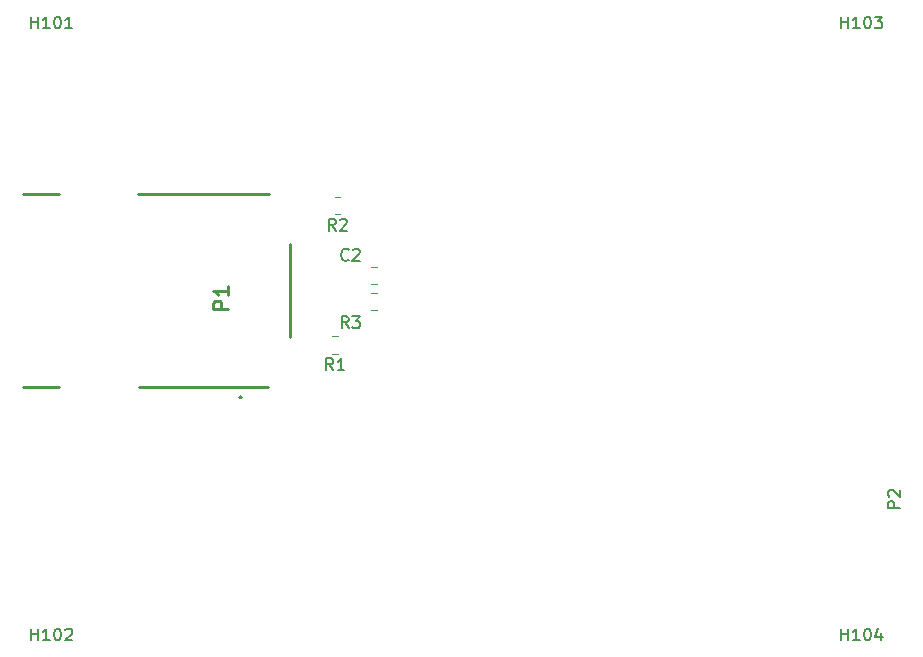
<source format=gbr>
%TF.GenerationSoftware,KiCad,Pcbnew,7.0.2*%
%TF.CreationDate,2024-05-18T23:16:27+02:00*%
%TF.ProjectId,dsoxlan,64736f78-6c61-46e2-9e6b-696361645f70,rev?*%
%TF.SameCoordinates,Original*%
%TF.FileFunction,Legend,Top*%
%TF.FilePolarity,Positive*%
%FSLAX46Y46*%
G04 Gerber Fmt 4.6, Leading zero omitted, Abs format (unit mm)*
G04 Created by KiCad (PCBNEW 7.0.2) date 2024-05-18 23:16:27*
%MOMM*%
%LPD*%
G01*
G04 APERTURE LIST*
%ADD10C,0.150000*%
%ADD11C,0.254000*%
%ADD12C,0.120000*%
G04 APERTURE END LIST*
D10*
%TO.C,C2*%
X140733333Y-78667380D02*
X140685714Y-78715000D01*
X140685714Y-78715000D02*
X140542857Y-78762619D01*
X140542857Y-78762619D02*
X140447619Y-78762619D01*
X140447619Y-78762619D02*
X140304762Y-78715000D01*
X140304762Y-78715000D02*
X140209524Y-78619761D01*
X140209524Y-78619761D02*
X140161905Y-78524523D01*
X140161905Y-78524523D02*
X140114286Y-78334047D01*
X140114286Y-78334047D02*
X140114286Y-78191190D01*
X140114286Y-78191190D02*
X140161905Y-78000714D01*
X140161905Y-78000714D02*
X140209524Y-77905476D01*
X140209524Y-77905476D02*
X140304762Y-77810238D01*
X140304762Y-77810238D02*
X140447619Y-77762619D01*
X140447619Y-77762619D02*
X140542857Y-77762619D01*
X140542857Y-77762619D02*
X140685714Y-77810238D01*
X140685714Y-77810238D02*
X140733333Y-77857857D01*
X141114286Y-77857857D02*
X141161905Y-77810238D01*
X141161905Y-77810238D02*
X141257143Y-77762619D01*
X141257143Y-77762619D02*
X141495238Y-77762619D01*
X141495238Y-77762619D02*
X141590476Y-77810238D01*
X141590476Y-77810238D02*
X141638095Y-77857857D01*
X141638095Y-77857857D02*
X141685714Y-77953095D01*
X141685714Y-77953095D02*
X141685714Y-78048333D01*
X141685714Y-78048333D02*
X141638095Y-78191190D01*
X141638095Y-78191190D02*
X141066667Y-78762619D01*
X141066667Y-78762619D02*
X141685714Y-78762619D01*
%TO.C,P2*%
X187416619Y-99688094D02*
X186416619Y-99688094D01*
X186416619Y-99688094D02*
X186416619Y-99307142D01*
X186416619Y-99307142D02*
X186464238Y-99211904D01*
X186464238Y-99211904D02*
X186511857Y-99164285D01*
X186511857Y-99164285D02*
X186607095Y-99116666D01*
X186607095Y-99116666D02*
X186749952Y-99116666D01*
X186749952Y-99116666D02*
X186845190Y-99164285D01*
X186845190Y-99164285D02*
X186892809Y-99211904D01*
X186892809Y-99211904D02*
X186940428Y-99307142D01*
X186940428Y-99307142D02*
X186940428Y-99688094D01*
X186511857Y-98735713D02*
X186464238Y-98688094D01*
X186464238Y-98688094D02*
X186416619Y-98592856D01*
X186416619Y-98592856D02*
X186416619Y-98354761D01*
X186416619Y-98354761D02*
X186464238Y-98259523D01*
X186464238Y-98259523D02*
X186511857Y-98211904D01*
X186511857Y-98211904D02*
X186607095Y-98164285D01*
X186607095Y-98164285D02*
X186702333Y-98164285D01*
X186702333Y-98164285D02*
X186845190Y-98211904D01*
X186845190Y-98211904D02*
X187416619Y-98783332D01*
X187416619Y-98783332D02*
X187416619Y-98164285D01*
%TO.C,R1*%
X139433333Y-88012619D02*
X139100000Y-87536428D01*
X138861905Y-88012619D02*
X138861905Y-87012619D01*
X138861905Y-87012619D02*
X139242857Y-87012619D01*
X139242857Y-87012619D02*
X139338095Y-87060238D01*
X139338095Y-87060238D02*
X139385714Y-87107857D01*
X139385714Y-87107857D02*
X139433333Y-87203095D01*
X139433333Y-87203095D02*
X139433333Y-87345952D01*
X139433333Y-87345952D02*
X139385714Y-87441190D01*
X139385714Y-87441190D02*
X139338095Y-87488809D01*
X139338095Y-87488809D02*
X139242857Y-87536428D01*
X139242857Y-87536428D02*
X138861905Y-87536428D01*
X140385714Y-88012619D02*
X139814286Y-88012619D01*
X140100000Y-88012619D02*
X140100000Y-87012619D01*
X140100000Y-87012619D02*
X140004762Y-87155476D01*
X140004762Y-87155476D02*
X139909524Y-87250714D01*
X139909524Y-87250714D02*
X139814286Y-87298333D01*
%TO.C,R2*%
X139633333Y-76212619D02*
X139300000Y-75736428D01*
X139061905Y-76212619D02*
X139061905Y-75212619D01*
X139061905Y-75212619D02*
X139442857Y-75212619D01*
X139442857Y-75212619D02*
X139538095Y-75260238D01*
X139538095Y-75260238D02*
X139585714Y-75307857D01*
X139585714Y-75307857D02*
X139633333Y-75403095D01*
X139633333Y-75403095D02*
X139633333Y-75545952D01*
X139633333Y-75545952D02*
X139585714Y-75641190D01*
X139585714Y-75641190D02*
X139538095Y-75688809D01*
X139538095Y-75688809D02*
X139442857Y-75736428D01*
X139442857Y-75736428D02*
X139061905Y-75736428D01*
X140014286Y-75307857D02*
X140061905Y-75260238D01*
X140061905Y-75260238D02*
X140157143Y-75212619D01*
X140157143Y-75212619D02*
X140395238Y-75212619D01*
X140395238Y-75212619D02*
X140490476Y-75260238D01*
X140490476Y-75260238D02*
X140538095Y-75307857D01*
X140538095Y-75307857D02*
X140585714Y-75403095D01*
X140585714Y-75403095D02*
X140585714Y-75498333D01*
X140585714Y-75498333D02*
X140538095Y-75641190D01*
X140538095Y-75641190D02*
X139966667Y-76212619D01*
X139966667Y-76212619D02*
X140585714Y-76212619D01*
%TO.C,R3*%
X140733333Y-84462619D02*
X140400000Y-83986428D01*
X140161905Y-84462619D02*
X140161905Y-83462619D01*
X140161905Y-83462619D02*
X140542857Y-83462619D01*
X140542857Y-83462619D02*
X140638095Y-83510238D01*
X140638095Y-83510238D02*
X140685714Y-83557857D01*
X140685714Y-83557857D02*
X140733333Y-83653095D01*
X140733333Y-83653095D02*
X140733333Y-83795952D01*
X140733333Y-83795952D02*
X140685714Y-83891190D01*
X140685714Y-83891190D02*
X140638095Y-83938809D01*
X140638095Y-83938809D02*
X140542857Y-83986428D01*
X140542857Y-83986428D02*
X140161905Y-83986428D01*
X141066667Y-83462619D02*
X141685714Y-83462619D01*
X141685714Y-83462619D02*
X141352381Y-83843571D01*
X141352381Y-83843571D02*
X141495238Y-83843571D01*
X141495238Y-83843571D02*
X141590476Y-83891190D01*
X141590476Y-83891190D02*
X141638095Y-83938809D01*
X141638095Y-83938809D02*
X141685714Y-84034047D01*
X141685714Y-84034047D02*
X141685714Y-84272142D01*
X141685714Y-84272142D02*
X141638095Y-84367380D01*
X141638095Y-84367380D02*
X141590476Y-84415000D01*
X141590476Y-84415000D02*
X141495238Y-84462619D01*
X141495238Y-84462619D02*
X141209524Y-84462619D01*
X141209524Y-84462619D02*
X141114286Y-84415000D01*
X141114286Y-84415000D02*
X141066667Y-84367380D01*
D11*
%TO.C,P1*%
X130562526Y-82857381D02*
X129292526Y-82857381D01*
X129292526Y-82857381D02*
X129292526Y-82373571D01*
X129292526Y-82373571D02*
X129353002Y-82252619D01*
X129353002Y-82252619D02*
X129413478Y-82192142D01*
X129413478Y-82192142D02*
X129534430Y-82131666D01*
X129534430Y-82131666D02*
X129715859Y-82131666D01*
X129715859Y-82131666D02*
X129836811Y-82192142D01*
X129836811Y-82192142D02*
X129897288Y-82252619D01*
X129897288Y-82252619D02*
X129957764Y-82373571D01*
X129957764Y-82373571D02*
X129957764Y-82857381D01*
X130562526Y-80922142D02*
X130562526Y-81647857D01*
X130562526Y-81285000D02*
X129292526Y-81285000D01*
X129292526Y-81285000D02*
X129473954Y-81405952D01*
X129473954Y-81405952D02*
X129594907Y-81526904D01*
X129594907Y-81526904D02*
X129655383Y-81647857D01*
D10*
%TO.C,H102*%
X113855714Y-110912619D02*
X113855714Y-109912619D01*
X113855714Y-110388809D02*
X114427142Y-110388809D01*
X114427142Y-110912619D02*
X114427142Y-109912619D01*
X115427142Y-110912619D02*
X114855714Y-110912619D01*
X115141428Y-110912619D02*
X115141428Y-109912619D01*
X115141428Y-109912619D02*
X115046190Y-110055476D01*
X115046190Y-110055476D02*
X114950952Y-110150714D01*
X114950952Y-110150714D02*
X114855714Y-110198333D01*
X116046190Y-109912619D02*
X116141428Y-109912619D01*
X116141428Y-109912619D02*
X116236666Y-109960238D01*
X116236666Y-109960238D02*
X116284285Y-110007857D01*
X116284285Y-110007857D02*
X116331904Y-110103095D01*
X116331904Y-110103095D02*
X116379523Y-110293571D01*
X116379523Y-110293571D02*
X116379523Y-110531666D01*
X116379523Y-110531666D02*
X116331904Y-110722142D01*
X116331904Y-110722142D02*
X116284285Y-110817380D01*
X116284285Y-110817380D02*
X116236666Y-110865000D01*
X116236666Y-110865000D02*
X116141428Y-110912619D01*
X116141428Y-110912619D02*
X116046190Y-110912619D01*
X116046190Y-110912619D02*
X115950952Y-110865000D01*
X115950952Y-110865000D02*
X115903333Y-110817380D01*
X115903333Y-110817380D02*
X115855714Y-110722142D01*
X115855714Y-110722142D02*
X115808095Y-110531666D01*
X115808095Y-110531666D02*
X115808095Y-110293571D01*
X115808095Y-110293571D02*
X115855714Y-110103095D01*
X115855714Y-110103095D02*
X115903333Y-110007857D01*
X115903333Y-110007857D02*
X115950952Y-109960238D01*
X115950952Y-109960238D02*
X116046190Y-109912619D01*
X116760476Y-110007857D02*
X116808095Y-109960238D01*
X116808095Y-109960238D02*
X116903333Y-109912619D01*
X116903333Y-109912619D02*
X117141428Y-109912619D01*
X117141428Y-109912619D02*
X117236666Y-109960238D01*
X117236666Y-109960238D02*
X117284285Y-110007857D01*
X117284285Y-110007857D02*
X117331904Y-110103095D01*
X117331904Y-110103095D02*
X117331904Y-110198333D01*
X117331904Y-110198333D02*
X117284285Y-110341190D01*
X117284285Y-110341190D02*
X116712857Y-110912619D01*
X116712857Y-110912619D02*
X117331904Y-110912619D01*
%TO.C,H101*%
X113855714Y-59096619D02*
X113855714Y-58096619D01*
X113855714Y-58572809D02*
X114427142Y-58572809D01*
X114427142Y-59096619D02*
X114427142Y-58096619D01*
X115427142Y-59096619D02*
X114855714Y-59096619D01*
X115141428Y-59096619D02*
X115141428Y-58096619D01*
X115141428Y-58096619D02*
X115046190Y-58239476D01*
X115046190Y-58239476D02*
X114950952Y-58334714D01*
X114950952Y-58334714D02*
X114855714Y-58382333D01*
X116046190Y-58096619D02*
X116141428Y-58096619D01*
X116141428Y-58096619D02*
X116236666Y-58144238D01*
X116236666Y-58144238D02*
X116284285Y-58191857D01*
X116284285Y-58191857D02*
X116331904Y-58287095D01*
X116331904Y-58287095D02*
X116379523Y-58477571D01*
X116379523Y-58477571D02*
X116379523Y-58715666D01*
X116379523Y-58715666D02*
X116331904Y-58906142D01*
X116331904Y-58906142D02*
X116284285Y-59001380D01*
X116284285Y-59001380D02*
X116236666Y-59049000D01*
X116236666Y-59049000D02*
X116141428Y-59096619D01*
X116141428Y-59096619D02*
X116046190Y-59096619D01*
X116046190Y-59096619D02*
X115950952Y-59049000D01*
X115950952Y-59049000D02*
X115903333Y-59001380D01*
X115903333Y-59001380D02*
X115855714Y-58906142D01*
X115855714Y-58906142D02*
X115808095Y-58715666D01*
X115808095Y-58715666D02*
X115808095Y-58477571D01*
X115808095Y-58477571D02*
X115855714Y-58287095D01*
X115855714Y-58287095D02*
X115903333Y-58191857D01*
X115903333Y-58191857D02*
X115950952Y-58144238D01*
X115950952Y-58144238D02*
X116046190Y-58096619D01*
X117331904Y-59096619D02*
X116760476Y-59096619D01*
X117046190Y-59096619D02*
X117046190Y-58096619D01*
X117046190Y-58096619D02*
X116950952Y-58239476D01*
X116950952Y-58239476D02*
X116855714Y-58334714D01*
X116855714Y-58334714D02*
X116760476Y-58382333D01*
%TO.C,H103*%
X182435714Y-59096619D02*
X182435714Y-58096619D01*
X182435714Y-58572809D02*
X183007142Y-58572809D01*
X183007142Y-59096619D02*
X183007142Y-58096619D01*
X184007142Y-59096619D02*
X183435714Y-59096619D01*
X183721428Y-59096619D02*
X183721428Y-58096619D01*
X183721428Y-58096619D02*
X183626190Y-58239476D01*
X183626190Y-58239476D02*
X183530952Y-58334714D01*
X183530952Y-58334714D02*
X183435714Y-58382333D01*
X184626190Y-58096619D02*
X184721428Y-58096619D01*
X184721428Y-58096619D02*
X184816666Y-58144238D01*
X184816666Y-58144238D02*
X184864285Y-58191857D01*
X184864285Y-58191857D02*
X184911904Y-58287095D01*
X184911904Y-58287095D02*
X184959523Y-58477571D01*
X184959523Y-58477571D02*
X184959523Y-58715666D01*
X184959523Y-58715666D02*
X184911904Y-58906142D01*
X184911904Y-58906142D02*
X184864285Y-59001380D01*
X184864285Y-59001380D02*
X184816666Y-59049000D01*
X184816666Y-59049000D02*
X184721428Y-59096619D01*
X184721428Y-59096619D02*
X184626190Y-59096619D01*
X184626190Y-59096619D02*
X184530952Y-59049000D01*
X184530952Y-59049000D02*
X184483333Y-59001380D01*
X184483333Y-59001380D02*
X184435714Y-58906142D01*
X184435714Y-58906142D02*
X184388095Y-58715666D01*
X184388095Y-58715666D02*
X184388095Y-58477571D01*
X184388095Y-58477571D02*
X184435714Y-58287095D01*
X184435714Y-58287095D02*
X184483333Y-58191857D01*
X184483333Y-58191857D02*
X184530952Y-58144238D01*
X184530952Y-58144238D02*
X184626190Y-58096619D01*
X185292857Y-58096619D02*
X185911904Y-58096619D01*
X185911904Y-58096619D02*
X185578571Y-58477571D01*
X185578571Y-58477571D02*
X185721428Y-58477571D01*
X185721428Y-58477571D02*
X185816666Y-58525190D01*
X185816666Y-58525190D02*
X185864285Y-58572809D01*
X185864285Y-58572809D02*
X185911904Y-58668047D01*
X185911904Y-58668047D02*
X185911904Y-58906142D01*
X185911904Y-58906142D02*
X185864285Y-59001380D01*
X185864285Y-59001380D02*
X185816666Y-59049000D01*
X185816666Y-59049000D02*
X185721428Y-59096619D01*
X185721428Y-59096619D02*
X185435714Y-59096619D01*
X185435714Y-59096619D02*
X185340476Y-59049000D01*
X185340476Y-59049000D02*
X185292857Y-59001380D01*
%TO.C,H104*%
X182435714Y-110912619D02*
X182435714Y-109912619D01*
X182435714Y-110388809D02*
X183007142Y-110388809D01*
X183007142Y-110912619D02*
X183007142Y-109912619D01*
X184007142Y-110912619D02*
X183435714Y-110912619D01*
X183721428Y-110912619D02*
X183721428Y-109912619D01*
X183721428Y-109912619D02*
X183626190Y-110055476D01*
X183626190Y-110055476D02*
X183530952Y-110150714D01*
X183530952Y-110150714D02*
X183435714Y-110198333D01*
X184626190Y-109912619D02*
X184721428Y-109912619D01*
X184721428Y-109912619D02*
X184816666Y-109960238D01*
X184816666Y-109960238D02*
X184864285Y-110007857D01*
X184864285Y-110007857D02*
X184911904Y-110103095D01*
X184911904Y-110103095D02*
X184959523Y-110293571D01*
X184959523Y-110293571D02*
X184959523Y-110531666D01*
X184959523Y-110531666D02*
X184911904Y-110722142D01*
X184911904Y-110722142D02*
X184864285Y-110817380D01*
X184864285Y-110817380D02*
X184816666Y-110865000D01*
X184816666Y-110865000D02*
X184721428Y-110912619D01*
X184721428Y-110912619D02*
X184626190Y-110912619D01*
X184626190Y-110912619D02*
X184530952Y-110865000D01*
X184530952Y-110865000D02*
X184483333Y-110817380D01*
X184483333Y-110817380D02*
X184435714Y-110722142D01*
X184435714Y-110722142D02*
X184388095Y-110531666D01*
X184388095Y-110531666D02*
X184388095Y-110293571D01*
X184388095Y-110293571D02*
X184435714Y-110103095D01*
X184435714Y-110103095D02*
X184483333Y-110007857D01*
X184483333Y-110007857D02*
X184530952Y-109960238D01*
X184530952Y-109960238D02*
X184626190Y-109912619D01*
X185816666Y-110245952D02*
X185816666Y-110912619D01*
X185578571Y-109865000D02*
X185340476Y-110579285D01*
X185340476Y-110579285D02*
X185959523Y-110579285D01*
D12*
%TO.C,C2*%
X143136252Y-80745000D02*
X142613748Y-80745000D01*
X143136252Y-79275000D02*
X142613748Y-79275000D01*
%TO.C,R1*%
X139827064Y-86635000D02*
X139372936Y-86635000D01*
X139827064Y-85165000D02*
X139372936Y-85165000D01*
%TO.C,R2*%
X140027064Y-74835000D02*
X139572936Y-74835000D01*
X140027064Y-73365000D02*
X139572936Y-73365000D01*
%TO.C,R3*%
X143102064Y-82935000D02*
X142647936Y-82935000D01*
X143102064Y-81465000D02*
X142647936Y-81465000D01*
D11*
%TO.C,P1*%
X113210000Y-89440000D02*
X116226000Y-89440000D01*
X122963000Y-89440000D02*
X133923000Y-89440000D01*
X135740000Y-85241000D02*
X135740000Y-77326000D01*
X113210000Y-73130000D02*
X116191000Y-73130000D01*
X122928000Y-73130000D02*
X133957000Y-73130000D01*
X131658000Y-90310000D02*
G75*
G03*
X131658000Y-90310000I-67000J0D01*
G01*
%TD*%
M02*

</source>
